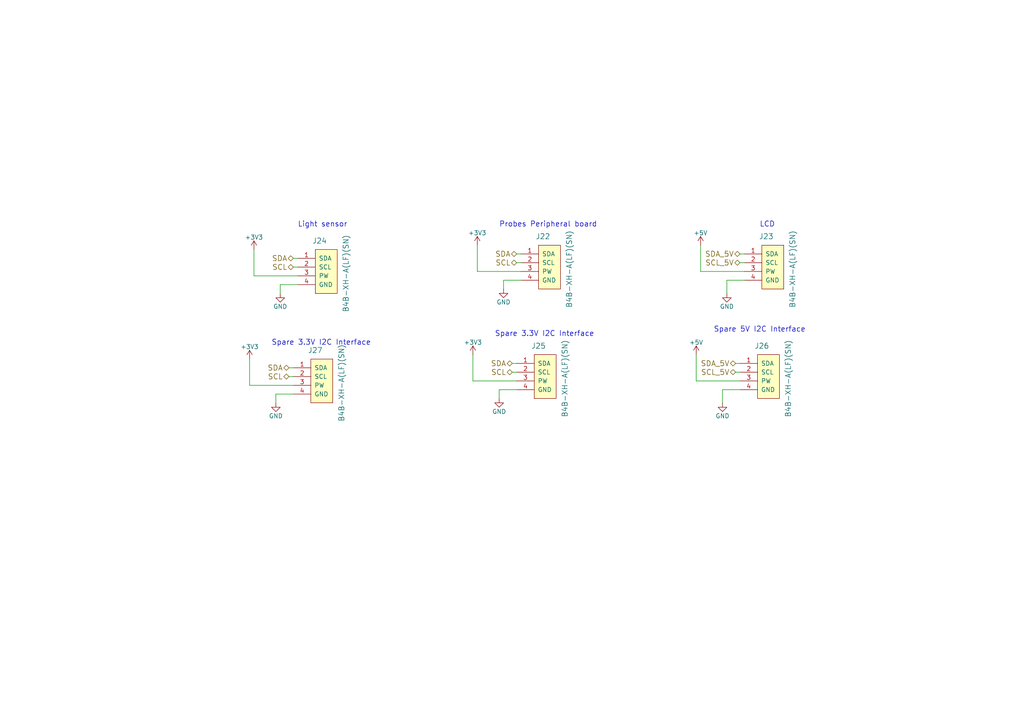
<source format=kicad_sch>
(kicad_sch (version 20230121) (generator eeschema)
  (paper "A4")
  (title_block (title "I2C Interface") (date "2023-10-13") (rev "0.7") (comment 1 "Aurélien Lesage"))
  (lib_symbols
    (symbol "Astroplant_VFR-rescue:+3.3V-power" (power) (pin_names (offset 0))
      (property "Value" "+3.3V-power" (at 0 3.556 0))
      (symbol "+3.3V-power_0_1"
        (polyline (pts (xy -0.762 1.27) (xy 0 2.54)))
        (polyline (pts (xy 0 0) (xy 0 2.54)))
        (polyline (pts (xy 0 2.54) (xy 0.762 1.27)))
      )
      (symbol "+3.3V-power_1_1"
        (pin power_in line (at 0 0 90) (length 0) hide (name "+3V3") (number "1"))
      )
    )
    (symbol "Astroplant_VFR-rescue:JST_XH_I2C-Astroplant_VFR-rescue-Astroplant_VFR-rescue" (pin_names (offset 1.016))
      (property "Reference" "J" (at -2.54 10.16 0))
      (property "Value" "Astroplant_VFR-rescue:JST_XH_I2C-Astroplant_VFR-rescue" (at 5.08 1.27 90))
      (symbol "JST_XH_I2C-Astroplant_VFR-rescue-Astroplant_VFR-rescue_0_1"
        (rectangle (start -3.81 7.62) (end 2.54 -5.08) (fill (type background)))
      )
      (symbol "JST_XH_I2C-Astroplant_VFR-rescue-Astroplant_VFR-rescue_1_1"
        (pin bidirectional line (at -8.89 5.08 0) (length 5.08) (name "SDA") (number "1"))
        (pin bidirectional line (at -8.89 2.54 0) (length 5.08) (name "SCL") (number "2"))
        (pin power_in line (at -8.89 0 0) (length 5.08) (name "PW") (number "3"))
        (pin passive line (at -8.89 -2.54 0) (length 5.08) (name "GND") (number "4"))
      )
    )
    (symbol "power:+5V" (power) (pin_names (offset 0))
      (property "Value" "+5V" (at 0 3.556 0))
      (symbol "+5V_0_1"
        (polyline (pts (xy -0.762 1.27) (xy 0 2.54)))
        (polyline (pts (xy 0 0) (xy 0 2.54)))
        (polyline (pts (xy 0 2.54) (xy 0.762 1.27)))
      )
      (symbol "+5V_1_1"
        (pin power_in line (at 0 0 90) (length 0) hide (name "+5V") (number "1"))
      )
    )
    (symbol "power:GND" (power) (pin_names (offset 0))
      (property "Value" "GND" (at 0 -3.81 0))
      (symbol "GND_0_1"
        (polyline (pts (xy 0 0) (xy 0 -1.27) (xy 1.27 -1.27) (xy 0 -2.54) (xy -1.27 -1.27) (xy 0 -1.27)))
      )
      (symbol "GND_1_1"
        (pin power_in line (at 0 0 270) (length 0) hide (name "GND") (number "1"))
      )
    )
  )
  (wire (pts (xy 203.2 78.74) (xy 203.2 71.12)))
  (wire (pts (xy 85.09 111.76) (xy 72.39 111.76)))
  (wire (pts (xy 215.9 81.28) (xy 210.82 81.28)))
  (wire (pts (xy 144.78 113.03) (xy 144.78 115.57)))
  (wire (pts (xy 151.13 81.28) (xy 146.05 81.28)))
  (wire (pts (xy 138.43 78.74) (xy 138.43 71.12)))
  (wire (pts (xy 214.63 110.49) (xy 201.93 110.49)))
  (wire (pts (xy 149.86 113.03) (xy 144.78 113.03)))
  (wire (pts (xy 73.66 80.01) (xy 73.66 72.39)))
  (wire (pts (xy 83.82 109.22) (xy 85.09 109.22)))
  (wire (pts (xy 86.36 80.01) (xy 73.66 80.01)))
  (wire (pts (xy 215.9 78.74) (xy 203.2 78.74)))
  (wire (pts (xy 209.55 113.03) (xy 209.55 116.84)))
  (wire (pts (xy 149.86 73.66) (xy 151.13 73.66)))
  (wire (pts (xy 83.82 106.68) (xy 85.09 106.68)))
  (wire (pts (xy 80.01 114.3) (xy 80.01 116.84)))
  (wire (pts (xy 85.09 77.47) (xy 86.36 77.47)))
  (wire (pts (xy 214.63 76.2) (xy 215.9 76.2)))
  (wire (pts (xy 213.36 105.41) (xy 214.63 105.41)))
  (wire (pts (xy 137.16 110.49) (xy 137.16 102.87)))
  (wire (pts (xy 214.63 113.03) (xy 209.55 113.03)))
  (wire (pts (xy 86.36 82.55) (xy 81.28 82.55)))
  (wire (pts (xy 151.13 78.74) (xy 138.43 78.74)))
  (wire (pts (xy 210.82 81.28) (xy 210.82 85.09)))
  (wire (pts (xy 213.36 107.95) (xy 214.63 107.95)))
  (wire (pts (xy 72.39 111.76) (xy 72.39 104.14)))
  (wire (pts (xy 85.09 114.3) (xy 80.01 114.3)))
  (wire (pts (xy 214.63 73.66) (xy 215.9 73.66)))
  (wire (pts (xy 146.05 81.28) (xy 146.05 83.82)))
  (wire (pts (xy 81.28 82.55) (xy 81.28 85.09)))
  (wire (pts (xy 148.59 107.95) (xy 149.86 107.95)))
  (wire (pts (xy 149.86 76.2) (xy 151.13 76.2)))
  (wire (pts (xy 149.86 110.49) (xy 137.16 110.49)))
  (wire (pts (xy 201.93 110.49) (xy 201.93 102.87)))
  (wire (pts (xy 148.59 105.41) (xy 149.86 105.41)))
  (wire (pts (xy 85.09 74.93) (xy 86.36 74.93)))
  (text "Spare 5V I2C Interface" (at 233.68 96.52 0) (effects (font (size 1.524 1.524)) (justify right bottom)))
  (text "Light sensor" (at 86.36 66.04 0) (effects (font (size 1.524 1.524)) (justify left bottom)))
  (text "LCD" (at 224.79 66.04 0) (effects (font (size 1.524 1.524)) (justify right bottom)))
  (text "Spare 3.3V I2C Interface" (at 78.74 100.33 0) (effects (font (size 1.524 1.524)) (justify left bottom)))
  (text "Spare 3.3V I2C Interface" (at 143.51 97.79 0) (effects (font (size 1.524 1.524)) (justify left bottom)))
  (text "Probes Peripheral board" (at 144.78 66.04 0) (effects (font (size 1.524 1.524)) (justify left bottom)))
  (hierarchical_label "SDA_5V" (shape bidirectional) (at 214.63 73.66 180) (effects (font (size 1.524 1.524))))
  (hierarchical_label "SCL_5V" (shape bidirectional) (at 214.63 76.2 180) (effects (font (size 1.524 1.524))))
  (hierarchical_label "SDA" (shape bidirectional) (at 148.59 105.41 180) (effects (font (size 1.524 1.524))))
  (hierarchical_label "SCL" (shape bidirectional) (at 148.59 107.95 180) (effects (font (size 1.524 1.524))))
  (hierarchical_label "SCL" (shape bidirectional) (at 85.09 77.47 180) (effects (font (size 1.524 1.524))))
  (hierarchical_label "SCL_5V" (shape bidirectional) (at 213.36 107.95 180) (effects (font (size 1.524 1.524))))
  (hierarchical_label "SCL" (shape bidirectional) (at 83.82 109.22 180) (effects (font (size 1.524 1.524))))
  (hierarchical_label "SDA" (shape bidirectional) (at 85.09 74.93 180) (effects (font (size 1.524 1.524))))
  (hierarchical_label "SDA_5V" (shape bidirectional) (at 213.36 105.41 180) (effects (font (size 1.524 1.524))))
  (hierarchical_label "SDA" (shape bidirectional) (at 149.86 73.66 180) (effects (font (size 1.524 1.524))))
  (hierarchical_label "SCL" (shape bidirectional) (at 149.86 76.2 180) (effects (font (size 1.524 1.524))))
  (hierarchical_label "SDA" (shape bidirectional) (at 83.82 106.68 180) (effects (font (size 1.524 1.524))))
  (symbol (lib_id "Astroplant_VFR-rescue:JST_XH_I2C-Astroplant_VFR-rescue-Astroplant_VFR-rescue") (at 95.25 80.01 0) (unit 1)
    (property "Reference" "J24" (at 92.71 69.85 0) (effects (font (size 1.524 1.524))))
    (property "Value" "B4B-XH-A(LF)(SN) " (at 100.33 78.74 90) (effects (font (size 1.524 1.524))))
    (property "Footprint" "SamacSys_Parts:B4BXHALFSN" (effects hide))
    (property "Datasheet" "http://www.jst-mfg.com/product/pdf/eng/eXH.pdf" (effects hide))
    (property "MPN" "B4B-XH-A(LF)(SN) " (effects hide))
    (property "URL" "https://www.digikey.com/products/en?keywords=B4B-XH-A(LF)(SN)%20" (effects hide))
    (property "Digikey Part Number" "455-2249-ND " (effects hide))
  )
  (symbol (lib_id "power:GND") (at 81.28 85.09 0) (unit 1)
    (property "Reference" "#PWR0145" (effects hide))
    (property "Value" "GND" (at 81.28 88.9 0))
  )
  (symbol (lib_id "power:GND") (at 210.82 85.09 0) (unit 1)
    (property "Reference" "#PWR0146" (effects hide))
    (property "Value" "GND" (at 210.82 88.9 0))
  )
  (symbol (lib_id "power:+5V") (at 203.2 71.12 0) (unit 1)
    (property "Reference" "#PWR0147" (effects hide))
    (property "Value" "+5V" (at 203.2 67.564 0))
  )
  (symbol (lib_id "Astroplant_VFR-rescue:+3.3V-power") (at 73.66 72.39 0) (unit 1)
    (property "Reference" "#PWR0148" (effects hide))
    (property "Value" "+3.3V" (at 73.66 68.834 0))
  )
  (symbol (lib_id "power:GND") (at 80.01 116.84 0) (unit 1)
    (property "Reference" "#PWR0149" (effects hide))
    (property "Value" "GND" (at 80.01 120.65 0))
  )
  (symbol (lib_id "Astroplant_VFR-rescue:+3.3V-power") (at 72.39 104.14 0) (unit 1)
    (property "Reference" "#PWR0150" (effects hide))
    (property "Value" "+3.3V" (at 72.39 100.584 0))
  )
  (symbol (lib_id "power:GND") (at 209.55 116.84 0) (unit 1)
    (property "Reference" "#PWR0151" (effects hide))
    (property "Value" "GND" (at 209.55 120.65 0))
  )
  (symbol (lib_id "power:+5V") (at 201.93 102.87 0) (unit 1)
    (property "Reference" "#PWR0152" (effects hide))
    (property "Value" "+5V" (at 201.93 99.314 0))
  )
  (symbol (lib_id "power:GND") (at 146.05 83.82 0) (unit 1)
    (property "Reference" "#PWR0153" (effects hide))
    (property "Value" "GND" (at 146.05 87.63 0))
  )
  (symbol (lib_id "Astroplant_VFR-rescue:+3.3V-power") (at 138.43 71.12 0) (unit 1)
    (property "Reference" "#PWR0154" (effects hide))
    (property "Value" "+3.3V" (at 138.43 67.564 0))
  )
  (symbol (lib_id "power:GND") (at 144.78 115.57 0) (unit 1)
    (property "Reference" "#PWR0155" (effects hide))
    (property "Value" "GND" (at 144.78 119.38 0))
  )
  (symbol (lib_id "Astroplant_VFR-rescue:+3.3V-power") (at 137.16 102.87 0) (unit 1)
    (property "Reference" "#PWR0156" (effects hide))
    (property "Value" "+3.3V" (at 137.16 99.314 0))
  )
  (symbol (lib_id "Astroplant_VFR-rescue:JST_XH_I2C-Astroplant_VFR-rescue-Astroplant_VFR-rescue") (at 93.98 111.76 0) (unit 1)
    (property "Reference" "J27" (at 91.44 101.6 0) (effects (font (size 1.524 1.524))))
    (property "Value" "B4B-XH-A(LF)(SN) " (at 99.06 110.49 90) (effects (font (size 1.524 1.524))))
    (property "Footprint" "SamacSys_Parts:B4BXHALFSN" (effects hide))
    (property "Datasheet" "http://www.jst-mfg.com/product/pdf/eng/eXH.pdf" (effects hide))
    (property "MPN" "B4B-XH-A(LF)(SN) " (effects hide))
    (property "URL" "https://www.digikey.com/products/en?keywords=B4B-XH-A(LF)(SN)%20" (effects hide))
    (property "Digikey Part Number" "455-2249-ND" (effects hide))
  )
  (symbol (lib_id "Astroplant_VFR-rescue:JST_XH_I2C-Astroplant_VFR-rescue-Astroplant_VFR-rescue") (at 158.75 110.49 0) (unit 1)
    (property "Reference" "J25" (at 156.21 100.33 0) (effects (font (size 1.524 1.524))))
    (property "Value" "B4B-XH-A(LF)(SN) " (at 163.83 109.22 90) (effects (font (size 1.524 1.524))))
    (property "Footprint" "SamacSys_Parts:B4BXHALFSN" (effects hide))
    (property "Datasheet" "http://www.jst-mfg.com/product/pdf/eng/eXH.pdf" (effects hide))
    (property "MPN" "B4B-XH-A(LF)(SN) " (effects hide))
    (property "URL" "https://www.digikey.com/products/en?keywords=B4B-XH-A(LF)(SN)%20" (effects hide))
    (property "Digikey Part Number" "455-2249-ND" (effects hide))
  )
  (symbol (lib_id "Astroplant_VFR-rescue:JST_XH_I2C-Astroplant_VFR-rescue-Astroplant_VFR-rescue") (at 223.52 110.49 0) (unit 1)
    (property "Reference" "J26" (at 220.98 100.33 0) (effects (font (size 1.524 1.524))))
    (property "Value" "B4B-XH-A(LF)(SN) " (at 228.6 109.22 90) (effects (font (size 1.524 1.524))))
    (property "Footprint" "SamacSys_Parts:B4BXHALFSN" (effects hide))
    (property "Datasheet" "http://www.jst-mfg.com/product/pdf/eng/eXH.pdf" (effects hide))
    (property "MPN" "B4B-XH-A(LF)(SN) " (effects hide))
    (property "URL" "https://www.digikey.com/products/en?keywords=B4B-XH-A(LF)(SN)%20" (effects hide))
    (property "Digikey Part Number" "455-2249-ND" (effects hide))
  )
  (symbol (lib_id "Astroplant_VFR-rescue:JST_XH_I2C-Astroplant_VFR-rescue-Astroplant_VFR-rescue") (at 224.79 78.74 0) (unit 1)
    (property "Reference" "J23" (at 222.25 68.58 0) (effects (font (size 1.524 1.524))))
    (property "Value" "B4B-XH-A(LF)(SN) " (at 229.87 77.47 90) (effects (font (size 1.524 1.524))))
    (property "Footprint" "SamacSys_Parts:B4BXHALFSN" (effects hide))
    (property "Datasheet" "http://www.jst-mfg.com/product/pdf/eng/eXH.pdf" (effects hide))
    (property "MPN" "B4B-XH-A(LF)(SN) " (effects hide))
    (property "URL" "https://www.digikey.com/products/en?keywords=B4B-XH-A(LF)(SN)%20" (effects hide))
    (property "Digikey Part Number" "455-2249-ND" (effects hide))
  )
  (symbol (lib_id "Astroplant_VFR-rescue:JST_XH_I2C-Astroplant_VFR-rescue-Astroplant_VFR-rescue") (at 160.02 78.74 0) (unit 1)
    (property "Reference" "J22" (at 157.48 68.58 0) (effects (font (size 1.524 1.524))))
    (property "Value" "B4B-XH-A(LF)(SN) " (at 165.1 77.47 90) (effects (font (size 1.524 1.524))))
    (property "Footprint" "SamacSys_Parts:B4BXHALFSN" (effects hide))
    (property "Datasheet" "http://www.jst-mfg.com/product/pdf/eng/eXH.pdf" (effects hide))
    (property "MPN" "B4B-XH-A(LF)(SN) " (effects hide))
    (property "URL" "https://www.digikey.com/products/en?keywords=B4B-XH-A(LF)(SN)%20" (effects hide))
    (property "Digikey Part Number" "455-2249-ND" (effects hide))
  )
)
</source>
